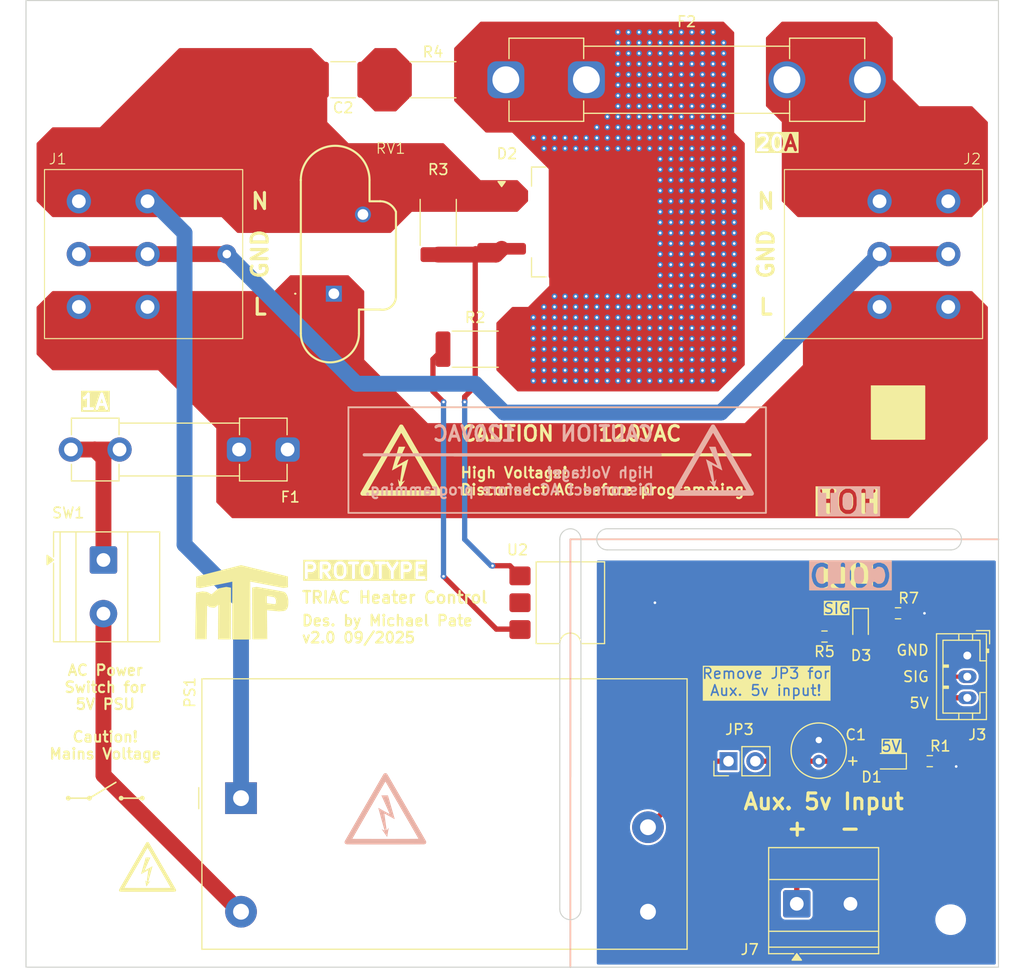
<source format=kicad_pcb>
(kicad_pcb (version 20241229) (generator "pcbnew") (generator_version "9.0")
  (title_block (title "${DOC_TYPE} Document") (date "2024-04-13") (rev "1.1") (company "${COMPANY}"))
  (layers (0 "F.Cu" signal "L1 (Sig, PWR)") (2 "B.Cu" signal "L6 (Sig, PWR)") (13 "F.Paste" user) (15 "B.Paste" user) (5 "F.SilkS" user "F.Silkscreen") (7 "B.SilkS" user "B.Silkscreen") (1 "F.Mask" user) (3 "B.Mask" user) (25 "Edge.Cuts" user))
  (property "BOARD_NAME" "Power Board")
  (property "COMPANY" "MTP Engineering")
  (property "DESIGNER" "Michael Pate")
  (property "DOC_TYPE" "Draft")
  (property "PROJECT_NAME" "Toaster-Flo")
  (property "RELEASE_DATE" "")
  (property "REVIEWER" "")
  (property "REVISION" "1.0")
  (property "VARIANT" "Rev 0")
  (net 0 "")
  (net 1 "GND")
  (net 2 "VDD")
  (net 3 "/Project Architecture/Heater Control/L1_F2_RC")
  (net 4 "LN")
  (net 5 "/Project Architecture/Power Supply/D1_K")
  (net 6 "/Project Architecture/Heater Control/LN_OPTO")
  (net 7 "/Project Architecture/Heater Control/L1_F2")
  (net 8 "/Project Architecture/Heater Control/D3_K")
  (net 9 "D_Heater")
  (net 10 "L1")
  (net 11 "/Project Architecture/Power Supply/L1_F1")
  (net 12 "/Project Architecture/Heater Control/L1_HEATER")
  (net 13 "GNDPWR")
  (net 14 "/Project Architecture/Power Supply/VDD_AC_DC")
  (net 15 "/Project Architecture/Power Supply/L1_F1_SW")
  (net 16 "/Project Architecture/Heater Control/L1_F2_OPTO")
  (net 17 "/Project Architecture/Heater Control/D_R5_OPTO")
  (footprint "LOGO" (layer "F.Cu") (at 149 73.5)
    (property "Reference" "G***" (hide yes))
    (property "Value" "LOGO" (hide yes))
  )
  (footprint "Converter_ACDC:Converter_ACDC_MeanWell_IRM-10-xx_THT" (layer "F.Cu") (at 133.8425 105.5)
    (property "Reference" "PS1")
    (property "Value" "IRM-10-5")
  )
  (footprint "Fuse:Fuseholder_Clip-5x20mm_Littelfuse_100_Inline_P20.50x4.60mm_D1.30mm_Horizontal" (layer "F.Cu") (at 138.25 72.5 180)
    (property "Reference" "F1")
    (property "Value" "1A")
  )
  (footprint "LOGO" (layer "F.Cu") (at 125 112)
    (property "Reference" "G***" (hide yes))
    (property "Value" "LOGO" (hide yes))
  )
  (footprint "Fuse:Fuseholder_Clip-6.3x32mm_Littelfuse_122_Inline_P34.21x7.62mm_D2.54mm_Horizontal" (layer "F.Cu") (at 158.895 37.5)
    (property "Reference" "F2")
    (property "Value" "20A")
  )
  (footprint "TerminalBlock_Phoenix:TerminalBlock_Phoenix_MKDS-1,5-2-5.08_1x02_P5.08mm_Horizontal" (layer "F.Cu") (at 120.8275 82.955 -90)
    (property "Reference" "SW1")
    (property "Value" "SW_SPST")
  )
  (footprint "LED_SMD:LED_0603_1608Metric_Pad1.05x0.95mm_HandSolder" (layer "F.Cu") (at 195.125 102 180)
    (property "Reference" "D1")
    (property "Value" "RED")
  )
  (footprint "Connector_PinHeader_2.54mm:PinHeader_1x02_P2.54mm_Vertical" (layer "F.Cu") (at 179.96 102 90)
    (property "Reference" "JP3")
    (property "Value" "Jumper_2_Open")
  )
  (footprint "Resistor_SMD:R_0603_1608Metric_Pad0.98x0.95mm_HandSolder" (layer "F.Cu") (at 199 102)
    (property "Reference" "R1")
    (property "Value" "330")
  )
  (footprint "LED_SMD:LED_0603_1608Metric_Pad1.05x0.95mm_HandSolder" (layer "F.Cu") (at 192.453771 89.201161 -90)
    (property "Reference" "D3")
    (property "Value" "RED")
  )
  (footprint "Watermarks:MTP Logo 10mm Low Detail" (layer "F.Cu") (at 134 87)
    (property "Reference" "REF**" (hide yes))
    (property "Value" "MTP Logo 10mm Low Detail" (hide yes))
  )
  (footprint "MountingHole:MountingHole_2.5mm" (layer "F.Cu") (at 118 34.5)
    (property "Reference" "H1" (hide yes))
    (property "Value" "MountingHole_Pad")
  )
  (footprint "Package_TO_SOT_SMD:TO-263-2" (layer "F.Cu") (at 166.15 50.96)
    (property "Reference" "D2")
    (property "Value" "T2035T-8G-RT")
  )
  (footprint "Package_DIP:SMDIP-6_W9.53mm" (layer "F.Cu") (at 165 87 180)
    (property "Reference" "U2")
    (property "Value" "MOC3083S-TA1")
  )
  (footprint "TMOV20RP150E:TMOV20RP150E" (layer "F.Cu") (at 142.625 57.75 90)
    (property "Reference" "RV1")
    (property "Value" "TMOV20RP150E" (hide yes))
  )
  (footprint "MountingHole:MountingHole_2.5mm" (layer "F.Cu") (at 201 34.5)
    (property "Reference" "H2" (hide yes))
    (property "Value" "MountingHole_Pad")
  )
  (footprint "Resistor_SMD:R_0603_1608Metric_Pad0.98x0.95mm_HandSolder" (layer "F.Cu") (at 196 88)
    (property "Reference" "R7")
    (property "Value" "330")
  )
  (footprint "PhoenixContact_SPTA:SPTA-THR 2.53-5.0 P26" (layer "F.Cu") (at 187.5 54 90)
    (property "Reference" "J2")
    (property "Value" "1366005")
  )
  (footprint "PhoenixContact_SPTA:SPTA-THR 2.53-5.0 P26" (layer "F.Cu") (at 131.75 54 -90)
    (property "Reference" "J1")
    (property "Value" "1366005")
  )
  (footprint "TerminalBlock_Phoenix:TerminalBlock_Phoenix_MKDS-1,5-2-5.08_1x02_P5.08mm_Horizontal" (layer "F.Cu") (at 186.42 115.5)
    (property "Reference" "J7")
    (property "Value" "Conn_01x02")
  )
  (footprint "Resistor_SMD:R_2512_6332Metric_Pad1.40x3.35mm_HandSolder" (layer "F.Cu") (at 152.5 51 -90)
    (property "Reference" "R3")
    (property "Value" "330")
  )
  (footprint "Resistor_SMD:R_2512_6332Metric_Pad1.40x3.35mm_HandSolder" (layer "F.Cu") (at 152 37.5)
    (property "Reference" "R4")
    (property "Value" "39")
  )
  (footprint "Resistor_SMD:R_2512_6332Metric_Pad1.40x3.35mm_HandSolder" (layer "F.Cu") (at 156 63)
    (property "Reference" "R2")
    (property "Value" "330")
  )
  (footprint "MountingHole:MountingHole_2.5mm" (layer "F.Cu") (at 200.975 117)
    (property "Reference" "H4" (hide yes))
    (property "Value" "MountingHole_Pad")
  )
  (footprint "MountingHole:MountingHole_2.5mm" (layer "F.Cu") (at 117.975 117)
    (property "Reference" "H3" (hide yes))
    (property "Value" "MountingHole_Pad")
  )
  (footprint "Resistor_SMD:R_0603_1608Metric_Pad0.98x0.95mm_HandSolder" (layer "F.Cu") (at 189.041271 90.201161 180)
    (property "Reference" "R5")
    (property "Value" "330")
  )
  (footprint "Capacitor_THT:C_Radial_D5.0mm_H5.0mm_P2.00mm" (layer "F.Cu") (at 188.5 102 90)
    (property "Reference" "C1")
    (property "Value" "100uF")
  )
  (footprint "Capacitor_SMD:C_1812_4532Metric_Pad1.57x3.40mm_HandSolder" (layer "F.Cu") (at 143.5 37.5 180)
    (property "Reference" "C2")
    (property "Value" "10nF 250V")
  )
  (footprint "Connector_JST:JST_PH_B3B-PH-K_1x03_P2.00mm_Vertical" (layer "F.Cu") (at 202.55 92 -90)
    (property "Reference" "J3")
    (property "Value" "Conn_01x03")
  )
  (footprint "LOGO" (layer "B.Cu") (at 147.5 106.5 180)
    (property "Reference" "G***" (hide yes))
    (property "Value" "LOGO" (hide yes))
  )
  (footprint "LOGO" (layer "B.Cu") (at 178.5 73.5 180)
    (property "Reference" "G***" (hide yes))
    (property "Value" "LOGO" (hide yes))
  )
  (gr_line (start 117.5 105.5) (end 119.5 105.5) (stroke (width 0.15)) (layer "F.SilkS"))
  (gr_rect (start 193.5 66.5) (end 198.5 71.5) (stroke (width 0.15)) (fill yes) (layer "F.SilkS"))
  (gr_circle (center 122.5 105.5) (end 122.5 105.35) (stroke (width 0.15)) (fill yes) (layer "F.SilkS"))
  (gr_circle (center 119.5 105.5) (end 119.5 105.35) (stroke (width 0.15)) (fill yes) (layer "F.SilkS"))
  (gr_rect (start 144 68.5) (end 183.5 78.5) (stroke (width 0.15)) (fill no) (layer "F.SilkS"))
  (gr_line (start 205.5 81) (end 165 81) (stroke (width 0.15)) (layer "F.SilkS"))
  (gr_circle (center 117.5 105.5) (end 117.5 105.35) (stroke (width 0.15)) (fill yes) (layer "F.SilkS"))
  (gr_circle (center 124.5 105.5) (end 124.5 105.35) (stroke (width 0.15)) (fill yes) (layer "F.SilkS"))
  (gr_line (start 165 81) (end 165 121.5) (stroke (width 0.15)) (layer "F.SilkS"))
  (gr_line (start 122.5 105.5) (end 124.5 105.5) (stroke (width 0.15)) (layer "F.SilkS"))
  (gr_line (start 119.5 105.5) (end 122 104) (stroke (width 0.15)) (layer "F.SilkS"))
  (gr_line (start 154 73) (end 182 73) (stroke (width 0.3)) (layer "F.SilkS"))
  (gr_line (start 173.5 73) (end 145.5 73) (stroke (width 0.3)) (layer "B.SilkS"))
  (gr_rect (start 144 68.5) (end 183.5 78.5) (stroke (width 0.15)) (fill no) (layer "B.SilkS"))
  (gr_line (start 205.5 81) (end 165 81) (stroke (width 0.15)) (layer "B.SilkS"))
  (gr_line (start 165 81) (end 165 121.5) (stroke (width 0.15)) (layer "B.SilkS"))
  (gr_line (start 165 81) (end 165 103.5) (stroke (width 0.15)) (layer "B.SilkS"))
  (gr_arc (start 202 81) (mid 201.707107 81.707107) (end 201 82) (stroke (width 0.1)) (layer "Edge.Cuts"))
  (gr_line (start 164 116) (end 164 98) (stroke (width 0.1)) (layer "Edge.Cuts"))
  (gr_line (start 166 81) (end 166 98) (stroke (width 0.1)) (layer "Edge.Cuts"))
  (gr_arc (start 168.5 82) (mid 167.792893 81.707107) (end 167.5 81) (stroke (width 0.1)) (layer "Edge.Cuts"))
  (gr_line (start 166 98) (end 166 116) (stroke (width 0.1)) (layer "Edge.Cuts"))
  (gr_line (start 164 98) (end 164 81) (stroke (width 0.1)) (layer "Edge.Cuts"))
  (gr_rect (start 113.5 30) (end 205.5 121.5) (stroke (width 0.1)) (fill no) (layer "Edge.Cuts"))
  (gr_arc (start 167.5 81) (mid 167.792893 80.292893) (end 168.5 80) (stroke (width 0.1)) (layer "Edge.Cuts"))
  (gr_arc (start 165 80) (mid 165.707107 80.292893) (end 166 81) (stroke (width 0.1)) (layer "Edge.Cuts"))
  (gr_arc (start 201 80) (mid 201.707107 80.292893) (end 202 81) (stroke (width 0.1)) (layer "Edge.Cuts"))
  (gr_arc (start 164 81) (mid 164.292893 80.292893) (end 165 80) (stroke (width 0.1)) (layer "Edge.Cuts"))
  (gr_line (start 168.5 80) (end 201 80) (stroke (width 0.1)) (layer "Edge.Cuts"))
  (gr_arc (start 166 116) (mid 165.707107 116.707107) (end 165 117) (stroke (width 0.1)) (layer "Edge.Cuts"))
  (gr_arc (start 165 117) (mid 164.292893 116.707107) (end 164 116) (stroke (width 0.1)) (layer "Edge.Cuts"))
  (gr_line (start 201 82) (end 168.5 82) (stroke (width 0.1)) (layer "Edge.Cuts"))
  (gr_text "GND" (at 199 91.5 0) (layer "F.SilkS") (effects (font (size 1 1)) (justify right)))
  (gr_text "SIG" (at 191.5 87.541161 0) (layer "F.SilkS" knockout) (effects (font (size 1 1)) (justify right)))
  (gr_text "HOT" (at 191 77.5 -0) (layer "F.SilkS" knockout) (effects (font (size 2 2) (thickness 0.4) (bold yes))))
  (gr_text "L" (at 135.627481 58.999999 0) (layer "F.SilkS") (effects (font (size 1.5 1.5) (thickness 0.3) (bold yes))))
  (gr_text "5V" (at 199 96.5 0) (layer "F.SilkS") (effects (font (size 1 1)) (justify right)))
  (gr_text "GND" (at 135.627481 53.999999 90) (layer "F.SilkS") (effects (font (size 1.5 1.5) (thickness 0.3) (bold yes))))
  (gr_text "Remove JP3 for\nAux. 5v input!" (at 183.5 94.5 0) (layer "F.SilkS" knockout) (effects (font (size 1 1))))
  (gr_text "L" (at 183.5 59 0) (layer "F.SilkS") (effects (font (size 1.5 1.5) (thickness 0.3) (bold yes))))
  (gr_text "N" (at 135.627481 48.999999 0) (layer "F.SilkS") (effects (font (size 1.5 1.5) (thickness 0.3) (bold yes))))
  (gr_text "Caution!\nMains Voltage" (at 121 100.5 0) (layer "F.SilkS") (effects (font (size 1 1) (thickness 0.2) (bold yes))))
  (gr_text "PROTOTYPE" (at 139.5 84 0) (layer "F.SilkS" knockout) (effects (font (size 1.4 1.4) (thickness 0.28) (bold yes)) (justify left)))
  (gr_text "N" (at 183.5 49 0) (layer "F.SilkS") (effects (font (size 1.5 1.5) (thickness 0.3) (bold yes))))
  (gr_text "20A" (at 184.5 43.5 0) (layer "F.SilkS" knockout) (effects (font (size 1.4 1.4) (thickness 0.28) (bold yes))))
  (gr_text "Aux. 5v Input" (at 188.965 105.8275 0) (layer "F.SilkS") (effects (font (size 1.5 1.5) (thickness 0.3) (bold yes))))
  (gr_text "-" (at 191.465 108.3275 0) (layer "F.SilkS") (effects (font (size 1.5 1.5) (thickness 0.3) (bold yes))))
  (gr_text "TRIAC Heater Control" (at 139.5 86.5 0) (layer "F.SilkS") (effects (font (size 1.1 1.1) (thickness 0.22) (bold yes)) (justify left)))
  (gr_text "CAUTION    120VAC" (at 154.5 71 0) (layer "F.SilkS") (effects (font (size 1.4 1.4) (thickness 0.28) (bold yes)) (justify left)))
  (gr_text "Des. by Michael Pate\nv2.0 09/2025" (at 139.5 89.5 0) (layer "F.SilkS") (effects (font (size 1 1) (thickness 0.2) (bold yes)) (justify left)))
  (gr_text "1A" (at 120 68 0) (layer "F.SilkS" knockout) (effects (font (size 1.4 1.4) (thickness 0.28) (bold yes))))
  (gr_text "AC Power\nSwitch for\n5V PSU" (at 121 95 0) (layer "F.SilkS") (effects (font (size 1 1) (thickness 0.2) (bold yes))))
  (gr_text "+" (at 186.465 108.3275 0) (layer "F.SilkS") (effects (font (size 1.5 1.5) (thickness 0.3) (bold yes))))
  (gr_text "COLD" (at 191.5 84.5 0) (layer "F.SilkS" knockout) (effects (font (size 2 2) (thickness 0.4) (bold yes))))
  (gr_text "GND" (at 183.5 54 90) (layer "F.SilkS") (effects (font (size 1.5 1.5) (thickness 0.3) (bold yes))))
  (gr_text "SIG" (at 199 94 0) (layer "F.SilkS") (effects (font (size 1 1)) (justify right)))
  (gr_text "+" (at 191 102.5 0) (layer "F.SilkS") (effects (font (size 1 1)) (justify left bottom)))
  (gr_text "5V" (at 196.342443 100.5983 0) (layer "F.SilkS" knockout) (effects (font (size 1 1)) (justify right)))
  (gr_text "High Voltage!\nDisconnect AC before programming." (at 154.5 75.5 0) (layer "F.SilkS") (effects (font (size 1 1) (thickness 0.2) (bold yes)) (justify left)))
  (gr_text "CAUTION    120VAC" (at 173 71 -0) (layer "B.SilkS") (effects (font (size 1.4 1.4) (thickness 0.28) (bold yes)) (justify left mirror)))
  (gr_text "High Voltage!\nDisconnect AC before programming." (at 173 75.5 -0) (layer "B.SilkS") (effects (font (size 1 1) (thickness 0.2) (bold yes)) (justify left mirror)))
  (gr_text "HOT" (at 191.5 77.5 0) (layer "B.SilkS" knockout) (effects (font (size 2 2) (thickness 0.4) (bold yes)) (justify mirror)))
  (gr_text "COLD" (at 191.5 84.5 0) (layer "B.SilkS" knockout) (effects (font (size 2 2) (thickness 0.4) (bold yes)) (justify mirror)))
  (segment (start 201.5 102.5) (end 200.4125 102.5) (width 0.4) (layer "F.Cu") (net 1))
  (segment (start 200.4125 102.5) (end 199.9125 102) (width 0.4) (layer "F.Cu") (net 1))
  (segment (start 169.765 87) (end 173 87) (width 0.4) (layer "F.Cu") (net 1))
  (segment (start 198.5 88) (end 196.9125 88) (width 0.4) (layer "F.Cu") (net 1))
  (via (at 201.5 102.5) (size 0.55) (drill 0.25) (layers "F.Cu" "B.Cu") (net 1))
  (via (at 198.5 88) (size 0.55) (drill 0.25) (layers "F.Cu" "B.Cu") (net 1))
  (via (at 173 87) (size 0.55) (drill 0.25) (layers "F.Cu" "B.Cu") (net 1))
  (segment (start 186.42 102.08) (end 186.5 102) (width 0.4) (layer "F.Cu") (net 2))
  (segment (start 194.25 98.75) (end 194.25 102) (width 0.5) (layer "F.Cu") (net 2))
  (segment (start 197 96) (end 194.25 98.75) (width 0.5) (layer "F.Cu") (net 2))
  (segment (start 202.46 96) (end 197 96) (width 0.5) (layer "F.Cu") (net 2))
  (segment (start 194.25 102) (end 188.5 102) (width 0.5) (layer "F.Cu") (net 2))
  (segment (start 186.42 115.5) (end 186.42 102.08) (width 0.5) (layer "F.Cu") (net 2))
  (segment (start 186.5 102) (end 188.5 102) (width 0.5) (layer "F.Cu") (net 2))
  (segment (start 182.5 102) (end 186.5 102) (width 0.5) (layer "F.Cu") (net 2))
  (segment (start 128.5 52) (end 128.5 81.5) (width 1.5) (layer "B.Cu") (net 4))
  (segment (start 128.5 81.5) (end 133.8425 86.8425) (width 1.5) (layer "B.Cu") (net 4))
  (segment (start 133.8425 86.8425) (end 133.8425 105.5) (width 1.5) (layer "B.Cu") (net 4))
  (segment (start 125.5 49) (end 128.5 52) (width 1.5) (layer "B.Cu") (net 4))
  (segment (start 125 49) (end 125.5 49) (width 1.5) (layer "B.Cu") (net 4))
  (segment (start 198.0875 102) (end 196 102) (width 0.4) (layer "F.Cu") (net 5))
  (segment (start 157.63716 83.5) (end 159.275 83.5) (width 0.5) (layer "F.Cu") (net 6))
  (segment (start 157.95 54.05) (end 158.5 53.5) (width 1.5) (layer "F.Cu") (net 6))
  (segment (start 159.275 83.5) (end 160.235 84.46) (width 0.5) (layer "F.Cu") (net 6))
  (segment (start 156 53.5) (end 158.5 53.5) (width 0.5) (layer "F.Cu") (net 6))
  (segment (start 155 67.5) (end 156 66.5) (width 0.5) (layer "F.Cu") (net 6))
  (segment (start 152.5 54.05) (end 157.95 54.05) (width 1.5) (layer "F.Cu") (net 6))
  (segment (start 155 68) (end 155 67.5) (width 0.5) (layer "F.Cu") (net 6))
  (segment (start 156 66.5) (end 156 53.5) (width 0.5) (layer "F.Cu") (net 6))
  (via (at 155 68) (size 0.55) (drill 0.25) (layers "F.Cu" "B.Cu") (net 6))
  (via (at 157.63716 83.5) (size 0.55) (drill 0.25) (layers "F.Cu" "B.Cu") (net 6))
  (segment (start 157.63716 83.5) (end 157.5 83.5) (width 0.5) (layer "B.Cu") (net 6))
  (segment (start 155 81) (end 155 68) (width 0.5) (layer "B.Cu") (net 6))
  (segment (start 157.5 83.5) (end 155 81) (width 0.5) (layer "B.Cu") (net 6))
  (via (at 176.5 35) (size 0.55) (drill 0.25) (layers "F.Cu" "B.Cu") (net 7))
  (via (at 168.5 66) (size 0.55) (drill 0.25) (layers "F.Cu" "B.Cu") (net 7))
  (via (at 175.5 33) (size 0.55) (drill 0.25) (layers "F.Cu" "B.Cu") (net 7))
  (via (at 165.5 60) (size 0.55) (drill 0.25) (layers "F.Cu" "B.Cu") (net 7))
  (via (at 171.5 66) (size 0.55) (drill 0.25) (layers "F.Cu" "B.Cu") (net 7))
  (via (at 178.5 57) (size 0.55) (drill 0.25) (layers "F.Cu" "B.Cu") (net 7))
  (via (at 180.5 55) (size 0.55) (drill 0.25) (layers "F.Cu" "B.Cu") (net 7))
  (via (at 179.5 62) (size 0.55) (drill 0.25) (layers "F.Cu" "B.Cu") (net 7))
  (via (at 177.5 50) (size 0.55) (drill 0.25) (layers "F.Cu" "B.Cu") (net 7))
  (via (at 167.5 59) (size 0.55) (drill 0.25) (layers "F.Cu" "B.Cu") (net 7))
  (via (at 161.5 65) (size 0.55) (drill 0.25) (layers "F.Cu" "B.Cu") (net 7))
  (via (at 171.5 59) (size 0.55) (drill 0.25) (layers "F.Cu" "B.Cu") (net 7))
  (via (at 169.5 66) (size 0.55) (drill 0.25) (layers "F.Cu" "B.Cu") (net 7))
  (via (at 176.5 50) (size 0.55) (drill 0.25) (layers "F.Cu" "B.Cu") (net 7))
  (via (at 169.5 39) (size 0.55) (drill 0.25) (layers "F.Cu" "B.Cu") (net 7))
  (via (at 171.5 62) (size 0.55) (drill 0.25) (layers "F.Cu" "B.Cu") (net 7))
  (via (at 170.5 60) (size 0.55) (drill 0.25) (layers "F.Cu" "B.Cu") (net 7))
  (via (at 175.5 40) (size 0.55) (drill 0.25) (layers "F.Cu" "B.Cu") (net 7))
  (via (at 169.5 36) (size 0.55) (drill 0.25) (layers "F.Cu" "B.Cu") (net 7))
  (via (at 174.5 48) (size 0.55) (drill 0.25) (layers "F.Cu" "B.Cu") (net 7))
  (via (at 178.5 60) (size 0.55) (drill 0.25) (layers "F.Cu" "B.Cu") (net 7))
  (via (at 178.5 55) (size 0.55) (drill 0.25) (layers "F.Cu" "B.Cu") (net 7))
  (via (at 179.5 44) (size 0.55) (drill 0.25) (layers "F.Cu" "B.Cu") (net 7))
  (via (at 169.5 35) (size 0.55) (drill 0.25) (layers "F.Cu" "B.Cu") (net 7))
  (via (at 165.5 64) (size 0.55) (drill 0.25) (layers "F.Cu" "B.Cu") (net 7))
  (via (at 173.5 40) (size 0.55) (drill 0.25) (layers "F.Cu" "B.Cu") (net 7))
  (via (at 175.5 66) (size 0.55) (drill 0.25) (layers "F.Cu" "B.Cu") (net 7))
  (via (at 164.5 60) (size 0.55) (drill 0.25) (layers "F.Cu" "B.Cu") (net 7))
  (via (at 164.5 62) (size 0.55) (drill 0.25) (layers "F.Cu" "B.Cu") (net 7))
  (via (at 172.5 63) (size 0.55) (drill 0.25) (layers "F.Cu" "B.Cu") (net 7))
  (via (at 167.5 65) (size 0.55) (drill 0.25) (layers "F.Cu" "B.Cu") (net 7))
  (via (at 176.5 49) (size 0.55) (drill 0.25) (layers "F.Cu" "B.Cu") (net 7))
  (via (at 176.5 38) (size 0.55) (drill 0.25) (layers "F.Cu" "B.Cu") (net 7))
  (via (at 175.5 62) (size 0.55) (drill 0.25) (layers "F.Cu" "B.Cu") (net 7))
  (via (at 170.5 43) (size 0.55) (drill 0.25) (layers "F.Cu" "B.Cu") (net 7))
  (via (at 170.5 65) (size 0.55) (drill 0.25) (layers "F.Cu" "B.Cu") (net 7))
  (via (at 177.5 48) (size 0.55) (drill 0.25) (layers "F.Cu" "B.Cu") (net 7))
  (via (at 175.5 65) (size 0.55) (drill 0.25) (layers "F.Cu" "B.Cu") (net 7))
  (via (at 180.5 62) (size 0.55) (drill 0.25) (layers "F.Cu" "B.Cu") (net 7))
  (via (at 179.5 58) (size 0.55) (drill 0.25) (layers "F.Cu" "B.Cu") (net 7))
  (via (at 168.5 44) (size 0.55) (drill 0.25) (layers "F.Cu" "B.Cu") (net 7))
  (via (at 178.5 43) (size 0.55) (drill 0.25) (layers "F.Cu" "B.Cu") (net 7))
  (via (at 175.5 63) (size 0.55) (drill 0.25) (layers "F.Cu" "B.Cu") (net 7))
  (via (at 176.5 33) (size 0.55) (drill 0.25) (layers "F.Cu" "B.Cu") (net 7))
  (via (at 174.5 52) (size 0.55) (drill 0.25) (layers "F.Cu" "B.Cu") (net 7))
  (via (at 175.5 51) (size 0.55) (drill 0.25) (layers "F.Cu" "B.Cu") (net 7))
  (via (at 172.5 33) (size 0.55) (drill 0.25) (layers "F.Cu" "B.Cu") (net 7))
  (via (at 166.5 66) (size 0.55) (drill 0.25) (layers "F.Cu" "B.Cu") (net 7))
  (via (at 173.5 51) (size 0.55) (drill 0.25) (layers "F.Cu" "B.Cu") (net 7))
  (via (at 177.5 52) (size 0.55) (drill 0.25) (layers "F.Cu" "B.Cu") (net 7))
  (via (at 163.5 61) (size 0.55) (drill 0.25) (layers "F.Cu" "B.Cu") (net 7))
  (via (at 177.5 33) (size 0.55) (drill 0.25) (layers "F.Cu" "B.Cu") (net 7))
  (via (at 169.5 37) (size 0.55) (drill 0.25) (layers "F.Cu" "B.Cu") (net 7))
  (via (at 166.5 44) (size 0.55) (drill 0.25) (layers "F.Cu" "B.Cu") (net 7))
  (via (at 174.5 33) (size 0.55) (drill 0.25) (layers "F.Cu" "B.Cu") (net 7))
  (via (at 179.5 51) (size 0.55) (drill 0.25) (layers "F.Cu" "B.Cu") (net 7))
  (via (at 179.5 38) (size 0.55) (drill 0.25) (layers "F.Cu" "B.Cu") (net 7))
  (via (at 178.5 63) (size 0.55) (drill 0.25) (layers "F.Cu" "B.Cu") (net 7))
  (via (at 173.5 47) (size 0.55) (drill 0.25) (layers "F.Cu" "B.Cu") (net 7))
  (via (at 175.5 48) (size 0.55) (drill 0.25) (layers "F.Cu" "B.Cu") (net 7))
  (via (at 170.5 33) (size 0.55) (drill 0.25) (layers "F.Cu" "B.Cu") (net 7))
  (via (at 173.5 63) (size 0.55) (drill 0.25) (layers "F.Cu" "B.Cu") (net 7))
  (via (at 164.5 58) (size 0.55) (drill 0.25) (layers "F.Cu" "B.Cu") (net 7))
  (via (at 180.5 56) (size 0.55) (drill 0.25) (layers "F.Cu" "B.Cu") (net 7))
  (via (at 174.5 57) (size 0.55) (drill 0.25) (layers "F.Cu" "B.Cu") (net 7))
  (via (at 180.5 46) (size 0.55) (drill 0.25) (layers "F.Cu" "B.Cu") (net 7))
  (via (at 179.5 36) (size 0.55) (drill 0.25) (layers "F.Cu" "B.Cu") (net 7))
  (via (at 165.5 63) (size 0.55) (drill 0.25) (layers "F.Cu" "B.Cu") (net 7))
  (via (at 175.5 61) (size 0.55) (drill 0.25) (layers "F.Cu" "B.Cu") (net 7))
  (via (at 162.5 44) (size 0.55) (drill 0.25) (layers "F.Cu" "B.Cu") (net 7))
  (via (at 171.5 64) (size 0.55) (drill 0.25) (layers "F.Cu" "B.Cu") (net 7))
  (via (at 175.5 52) (size 0.55) (drill 0.25) (layers "F.Cu" "B.Cu") (net 7))
  (via (at 179.5 35) (size 0.55) (drill 0.25) (layers "F.Cu" "B.Cu") (net 7))
  (via (at 180.5 54) (size 0.55) (drill 0.25) (layers "F.Cu" "B.Cu") (net 7))
  (via (at 177.5 47) (size 0.55) (drill 0.25) (layers "F.Cu" "B.Cu") (net 7))
  (via (at 178.5 51) (size 0.55) (drill 0.25) (layers "F.Cu" "B.Cu") (net 7))
  (via (at 163.5 59) (size 0.55) (drill 0.25) (layers "F.Cu" "B.Cu") (net 7))
  (via (at 173.5 34) (size 0.55) (drill 0.25) (layers "F.Cu" "B.Cu") (net 7))
  (via (at 174.5 40) (size 0.55) (drill 0.25) (layers "F.Cu" "B.Cu") (net 7))
  (via (at 175.5 42) (size 0.55) (drill 0.25) (layers "F.Cu" "B.Cu") (net 7))
  (via (at 179.5 37) (size 0.55) (drill 0.25) (layers "F.Cu" "B.Cu") (net 7))
  (via (at 175.5 41) (size 0.55) (drill 0.25) (layers "F.Cu" "B.Cu") (net 7))
  (via (at 166.5 62) (size 0.55) (drill 0.25) (layers "F.Cu" "B.Cu") (net 7))
  (via (at 173.5 44) (size 0.55) (drill 0.25) (layers "F.Cu" "B.Cu") (net 7))
  (via (at 173.5 33) (size 0.55) (drill 0.25) (layers "F.Cu" "B.Cu") (net 7))
  (via (at 179.5 48) (size 0.55) (drill 0.25) (layers "F.Cu" "B.Cu") (net 7))
  (via (at 175.5 59) (size 0.55) (drill 0.25) (layers "F.Cu" "B.Cu") (net 7))
  (via (at 161.5 61) (size 0.55) (drill 0.25) (layers "F.Cu" "B.Cu") (net 7))
  (via (at 178.5 66) (size 0.55) (drill 0.25) (layers "F.Cu" "B.Cu") (net 7))
  (via (at 172.5 64) (size 0.55) (drill 0.25) (layers "F.Cu" "B.Cu") (net 7))
  (via (at 173.5 38) (size 0.55) (drill 0.25) (layers "F.Cu" "B.Cu") (net 7))
  (via (at 170.5 59) (size 0.55) (drill 0.25) (layers "F.Cu" "B.Cu") (net 7))
  (via (at 176.5 41) (size 0.55) (drill 0.25) (layers "F.Cu" "B.Cu") (net 7))
  (via (at 170.5 42) (size 0.55) (drill 0.25) (layers "F.Cu" "B.Cu") (net 7))
  (via (at 171.5 33) (size 0.55) (drill 0.25) (layers "F.Cu" "B.Cu") (net 7))
  (via (at 174.5 49) (size 0.55) (drill 0.25) (layers "F.Cu" "B.Cu") (net 7))
  (via (at 167.5 66) (size 0.55) (drill 0.25) (layers "F.Cu" "B.Cu") (net 7))
  (via (at 177.5 43) (size 0.55) (drill 0.25) (layers "F.Cu" "B.Cu") (net 7))
  (via (at 177.5 53) (size 0.55) (drill 0.25) (layers "F.Cu" "B.Cu") (net 7))
  (via (at 168.5 60) (size 0.55) (drill 0.25) (layers "F.Cu" "B.Cu") (net 7))
  (via (at 174.5 34) (size 0.55) (drill 0.25) (layers "F.Cu" "B.Cu") (net 7))
  (via (at 178.5 54) (size 0.55) (drill 0.25) (layers "F.Cu" "B.Cu") (net 7))
  (via (at 179.5 41) (size 0.55) (drill 0.25) (layers "F.Cu" "B.Cu") (net 7))
  (via (at 178.5 42) (size 0.55) (drill 0.25) (layers "F.Cu" "B.Cu") (net 7))
  (via (at 176.5 46) (size 0.55) (drill 0.25) (layers "F.Cu" "B.Cu") (net 7))
  (via (at 174.5 44) (size 0.55) (drill 0.25) (layers "F.Cu" "B.Cu") (net 7))
  (via (at 176.5 53) (size 0.55) (drill 0.25) (layers "F.Cu" "B.Cu") (net 7))
  (via (at 174.5 50) (size 0.55) (drill 0.25) (layers "F.Cu" "B.Cu") (net 7))
  (via (at 171.5 41) (size 0.55) (drill 0.25) (layers "F.Cu" "B.Cu") (net 7))
  (via (at 173.5 53) (size 0.55) (drill 0.25) (layers "F.Cu" "B.Cu") (net 7))
  (via (at 170.5 41) (size 0.55) (drill 0.25) (layers "F.Cu" "B.Cu") (net 7))
  (via (at 170.5 34) (size 0.55) (drill 0.25) (layers "F.Cu" "B.Cu") (net 7))
  (via (at 179.5 34) (size 0.55) (drill 0.25) (layers "F.Cu" "B.Cu") (net 7))
  (via (at 162.5 43) (size 0.55) (drill 0.25) (layers "F.Cu" "B.Cu") (net 7))
  (via (at 164.5 64) (size 0.55) (drill 0.25) (layers "F.Cu" "B.Cu") (net 7))
  (via (at 177.5 49) (size 0.55) (drill 0.25) (layers "F.Cu" "B.Cu") (net 7))
  (via (at 172.5 62) (size 0.55) (drill 0.25) (layers "F.Cu" "B.Cu") (net 7))
  (via (at 179.5 54) (size 0.55) (drill 0.25) (layers "F.Cu" "B.Cu") (net 7))
  (via (at 175.5 54) (size 0.55) (drill 0.25) (layers "F.Cu" "B.Cu") (net 7))
  (via (at 178.5 45) (size 0.55) (drill 0.25) (layers "F.Cu" "B.Cu") (net 7))
  (via (at 169.5 34) (size 0.55) (drill 0.25) (layers "F.Cu" "B.Cu") (net 7))
  (via (at 175.5 53) (size 0.55) (drill 0.25) (layers "F.Cu" "B.Cu") (net 7))
  (via (at 180.5 49) (size 0.55) (drill 0.25) (layers "F.Cu" "B.Cu") (net 7))
  (via (at 177.5 51) (size 0.55) (drill 0.25) (layers "F.Cu" "B.Cu") (net 7))
  (via (at 172.5 42) (size 0.55) (drill 0.25) (layers "F.Cu" "B.Cu") (net 7))
  (via (at 165.5 59) (size 0.55) (drill 0.25) (layers "F.Cu" "B.Cu") (net 7))
  (via (at 171.5 65) (size 0.55) (drill 0.25) (layers "F.Cu" "B.Cu") (net 7))
  (via (at 178.5 46) (size 0.55) (drill 0.25) (layers "F.Cu" "B.Cu") (net 7))
  (via (at 161.5 43) (size 0.55) (drill 0.25) (layers "F.Cu" "B.Cu") (net 7))
  (via (at 176.5 43) (size 0.55) (drill 0.25) (layers "F.Cu" "B.Cu") (net 7))
  (via (at 171.5 60) (size 0.55) (drill 0.25) (layers "F.Cu" "B.Cu") (net 7))
  (via (at 178.5 61) (size 0.55) (drill 0.25) (layers "F.Cu" "B.Cu") (net 7))
  (via (at 180.5 64) (size 0.55) (drill 0.25) (layers "F.Cu" "B.Cu") (net 7))
  (via (at 176.5 47) (size 0.55) (drill 0.25) (layers "F.Cu" "B.Cu") (net 7))
  (via (at 177.5 60) (size 0.55) (drill 0.25) (layers "F.Cu" "B.Cu") (net 7))
  (via (at 178.5 47) (size 0.55) (drill 0.25) (layers "F.Cu" "B.Cu") (net 7))
  (via (at 172.5 65) (size 0.55) (drill 0.25) (layers "F.Cu" "B.Cu") (net 7))
  (via (at 175.5 35) (size 0.55) (drill 0.25) (layers "F.Cu" "B.Cu") (net 7))
  (via (at 172.5 40) (size 0.55) (drill 0.25) (layers "F.Cu" "B.Cu") (net 7))
  (via (at 170.5 36) (size 0.55) (drill 0.25) (layers "F.Cu" "B.Cu") (net 7))
  (via (at 174.5 36) (size 0.55) (drill 0.25) (layers "F.Cu" "B.Cu") (net 7))
  (via (at 179.5 63) (size 0.55) (drill 0.25) (layers "F.Cu" "B.Cu") (net 7))
  (via (at 167.5 64) (size 0.55) (drill 0.25) (layers "F.Cu" "B.Cu") (net 7))
  (via (at 178.5 36) (size 0.55) (drill 0.25) (layers "F.Cu" "B.Cu") (net 7))
  (via (at 170.5 62) (size 0.55) (drill 0.25) (layers "F.Cu" "B.Cu") (net 7))
  (via (at 176.5 60) (size 0.55) (drill 0.25) (layers "F.Cu" "B.Cu") (net 7))
  (via (at 170.5 44) (size 0.55) (drill 0.25) (layers "F.Cu" "B.Cu") (net 7))
  (via (at 177.5 46) (size 0.55) (drill 0.25) (layers "F.Cu" "B.Cu") (net 7))
  (via (at 176.5 39) (size 0.55) (drill 0.25) (layers "F.Cu" "B.Cu") (net 7))
  (via (at 179.5 65) (size 0.55) (drill 0.25) (layers "F.Cu" "B.Cu") (net 7))
  (via (at 179.5 61) (size 0.55) (drill 0.25) (layers "F.Cu" "B.Cu") (net 7))
  (via (at 180.5 59) (size 0.55) (drill 0.25) (layers "F.Cu" "B.Cu") (net 7))
  (via (at 174.5 39) (size 0.55) (drill 0.25) (layers "F.Cu" "B.Cu") (net 7))
  (via (at 170.5 37) (size 0.55) (drill 0.25) (layers "F.Cu" "B.Cu") (net 7))
  (via (at 175.5 57) (size 0.55) (drill 0.25) (layers "F.Cu" "B.Cu") (net 7))
  (via (at 169.5 41) (size 0.55) (drill 0.25) (layers "F.Cu" "B.Cu") (net 7))
  (via (at 173.5 52) (size 0.55) (drill 0.25) (layers "F.Cu" "B.Cu") (net 7))
  (via (at 163.5 43) (size 0.55) (drill 0.25) (layers "F.Cu" "B.Cu") (net 7))
  (via (at 165.5 61) (size 0.55) (drill 0.25) (layers "F.Cu" "B.Cu") (net 7))
  (via (at 172.5 44) (size 0.55) (drill 0.25) (layers "F.Cu" "B.Cu") (net 7))
  (via (at 171.5 38) (size 0.55) (drill 0.25) (layers "F.Cu" "B.Cu") (net 7))
  (via (at 175.5 58) (size 0.55) (drill 0.25) (layers "F.Cu" "B.Cu") (net 7))
  (via (at 173.5 46) (size 0.55) (drill 0.25) (layers "F.Cu" "B.Cu") (net 7))
  (via (at 168.5 61) (size 0.55) (drill 0.25) (layers "F.Cu" "B.Cu") (net 7))
  (via (at 174.5 58) (size 0.55) (drill 0.25) (layers "F.Cu" "B.Cu") (net 7))
  (via (at 179.5 45) (size 0.55) (drill 0.25) (layers "F.Cu" "B.Cu") (net 7))
  (via (at 177.5 35) (size 0.55) (drill 0.25) (layers "F.Cu" "B.Cu") (net 7))
  (via (at 174.5 53) (size 0.55) (drill 0.25) (layers "F.Cu" "B.Cu") (net 7))
  (via (at 180.5 48) (size 0.55) (drill 0.25) (layers "F.Cu" "B.Cu") (net 7))
  (via (at 178.5 52) (size 0.55) (drill 0.25) (layers "F.Cu" "B.Cu") (net 7))
  (via (at 174.5 64) (size 0.55) (drill 0.25) (layers "F.Cu" "B.Cu") (net 7))
  (via (at 169.5 61) (size 0.55) (drill 0.25) (layers "F.Cu" "B.Cu") (net 7))
  (via (at 166.5 63) (size 0.55) (drill 0.25) (layers "F.Cu" "B.Cu") (net 7))
  (via (at 176.5 58) (size 0.55) (drill 0.25) (layers "F.Cu" "B.Cu") (net 7))
  (via (at 177.5 61) (size 0.55) (drill 0.25) (layers "F.Cu" "B.Cu") (net 7))
  (via (at 176.5 55) (size 0.55) (drill 0.25) (layers "F.Cu" "B.Cu") (net 7))
  (via (at 173.5 57) (size 0.55) (drill 0.25) (layers "F.Cu" "B.Cu") (net 7))
  (via (at 175.5 43) (size 0.55) (drill 0.25) (layers "F.Cu" "B.Cu") (net 7))
  (via (at 167.5 43) (size 0.55) (drill 0.25) (layers "F.Cu" "B.Cu") (net 7))
  (via (at 177.5 56) (size 0.55) (drill 0.25) (layers "F.Cu" "B.Cu") (net 7))
  (via (at 167.5 42) (size 0.55) (drill 0.25) (layers "F.Cu" "B.Cu") (net 7))
  (via (at 173.5 36) (size 0.55) (drill 0.25) (layers "F.Cu" "B.Cu") (net 7))
  (via (at 180.5 53) (size 0.55) (drill 0.25) (layers "F.Cu" "B.Cu") (net 7))
  (via (at 179.5 52) (size 0.55) (drill 0.25) (layers "F.Cu" "B.Cu") (net 7))
  (via (at 176.5 62) (size 0.55) (drill 0.25) (layers "F.Cu" "B.Cu") (net 7))
  (via (at 176.5 34) (size 0.55) (drill 0.25) (layers "F.Cu" "B.Cu") (net 7))
  (via (at 177.5 54) (size 0.55) (drill 0.25) (layers "F.Cu" "B.Cu") (net 7))
  (via (at 161.5 66) (size 0.55) (drill 0.25) (layers "F.Cu" "B.Cu") (net 7))
  (via (at 170.5 61) (size 0.55) (drill 0.25) (layers "F.Cu" "B.Cu") (net 7))
  (via (at 178.5 53) (size 0.55) (drill 0.25) (layers "F.Cu" "B.Cu") (net 7))
  (via (at 170.5 40) (size 0.55) (drill 0.25) (layers "F.Cu" "B.Cu") (net 7))
  (via (at 169.5 59) (size 0.55) (drill 0.25) (layers "F.Cu" "B.Cu") (net 7))
  (via (at 168.5 59) (size 0.55) (drill 0.25) (layers "F.Cu" "B.Cu") (net 7))
  (via (at 162.5 65) (size 0.55) (drill 0.25) (layers "F.Cu" "B.Cu") (net 7))
  (via (at 163.5 58) (size 0.55) (drill 0.25) (layers "F.Cu" "B.Cu") (net 7))
  (via (at 165.5 58) (size 0.55) (drill 0.25) (layers "F.Cu" "B.Cu") (net 7))
  (via (at 161.5 64) (size 0.55) (drill 0.25) (layers "F.Cu" "B.Cu") (net 7))
  (via (at 176.5 45) (size 0.55) (drill 0.25) (layers "F.Cu" "B.Cu") (net 7))
  (via (at 176.5 42) (size 0.55) (drill 0.25) (layers "F.Cu" "B.Cu") (net 7))
  (via (at 172.5 38) (size 0.55) (drill 0.25) (layers "F.Cu" "B.Cu") (net 7))
  (via (at 178.5 58) (size 0.55) (drill 0.25) (layers "F.Cu" "B.Cu") (net 7))
  (via (at 177.5 34) (size 0.55) (drill 0.25) (layers "F.Cu" "B.Cu") (net 7))
  (via (at 180.5 50) (size 0.55) (drill 0.25) (layers "F.Cu" "B.Cu") (net 7))
  (via (at 175.5 34) (size 0.55) (drill 0.25) (layers "F.Cu" "B.Cu") (net 7))
  (via (at 169.5 44) (size 0.55) (drill 0.25) (layers "F.Cu" "B.Cu") (net 7))
  (via (at 175.5 64) (size 0.55) (drill 0.25) (layers "F.Cu" "B.Cu") (net 7))
  (via (at 172.5 59) (size 0.55) (drill 0.25) (layers "F.Cu" "B.Cu") (net 7))
  (via (at 171.5 35) (size 0.55) (drill 0.25) (layers "F.Cu" "B.Cu") (net 7))
  (via (at 174.5 65) (size 0.55) (drill 0.25) (layers "F.Cu" "B.Cu") (net 7))
  (via (at 166.5 65) (size 0.55) (drill 0.25) (layers "F.Cu" "B.Cu") (net 7))
  (via (at 179.5 50) (size 0.55) (drill 0.25) (layers "F.Cu" "B.Cu") (net 7))
  (via (at 162.5 62) (size 0.55) (drill 0.25) (layers "F.Cu" "B.Cu") (net 7))
  (via (at 178.5 44) (size 0.55) (drill 0.25) (layers "F.Cu" "B.Cu") (net 7))
  (via (at 167.5 58) (size 0.55) (drill 0.25) (layers "F.Cu" "B.Cu") (net 7))
  (via (at 173.5 50) (size 0.55) (drill 0.25) (layers "F.Cu" "B.Cu") (net 7))
  (via (at 167.5 61) (size 0.55) (drill 0.25) (layers "F.Cu" "B.Cu") (net 7))
  (via (at 176.5 52) (size 0.55) (drill 0.25) (layers "F.Cu" "B.Cu") (net 7))
  (via (at 163.5 63) (size 0.55) (drill 0.25) (layers "F.Cu" "B.Cu") (net 7))
  (via (at 175.5 47) (size 0.55) (drill 0.25) (layers "F.Cu" "B.Cu") (net 7))
  (via (at 173.5 60) (size 0.55) (drill 0.25) (layers "F.Cu" "B.Cu") (net 7))
  (via (at 175.5 45) (size 0.55) (drill 0.25) (layers "F.Cu" "B.Cu") (net 7))
  (via (at 169.5 62) (size 0.55) (drill 0.25) (layers "F.Cu" "B.Cu") (net 7))
  (via (at 177.5 58) (size 0.55) (drill 0.25) (layers "F.Cu" "B.Cu") (net 7))
  (via (at 178.5 39) (size 0.55) (drill 0.25) (layers "F.Cu" "B.Cu") (net 7))
  (via (at 178.5 33) (size 0.55) (drill 0.25) (layers "F.Cu" "B.Cu") (net 7))
  (via (at 177.5 57) (size 0.55) (drill 0.25) (layers "F.Cu" "B.Cu") (net 7))
  (via (at 174.5 59) (size 0.55) (drill 0.25) (layers "F.Cu" "B.Cu") (net 7))
  (via (at 178.5 37) (size 0.55) (drill 0.25) (layers "F.Cu" "B.Cu") (net 7))
  (via (at 175.5 60) (size 0.55) (drill 0.25) (layers "F.Cu" "B.Cu") (net 7))
  (via (at 177.5 39) (size 0.55) (drill 0.25) (layers "F.Cu" "B.Cu") (net 7))
  (via (at 174.5 55) (size 0.55) (drill 0.25) (layers "F.Cu" "B.Cu") (net 7))
  (via (at 174.5 62) (size 0.55) (drill 0.25) (layers "F.Cu" "B.Cu") (net 7))
  (via (at 173.5 39) (size 0.55) (drill 0.25) (layers "F.Cu" "B.Cu") (net 7))
  (via (at 175.5 38) (size 0.55) (drill 0.25) (layers "F.Cu" "B.Cu") (net 7))
  (via (at 178.5 62) (size 0.55) (drill 0.25) (layers "F.Cu" "B.Cu") (net 7))
  (via (at 164.5 44) (size 0.55) (drill 0.25) (layers "F.Cu" "B.Cu") (net 7))
  (via (at 170.5 35) (size 0.55) (drill 0.25) (layers "F.Cu" "B.Cu") (net 7))
  (via (at 165.5 62) (size 0.55) (drill 0.25) (layers "F.Cu" "B.Cu") (net 7))
  (via (at 163.5 62) (size 0.55) (drill 0.25) (layers "F.Cu" "B.Cu") (net 7))
  (via (at 179.5 57) (size 0.55) (drill 0.25) (layers "F.Cu" "B.Cu") (net 7))
  (via (at 162.5 66) (size 0.55) (drill 0.25) (layers "F.Cu" "B.Cu") (net 7))
  (via (at 163.5 44) (size 0.55) (drill 0.25) (layers "F.Cu" "B.Cu") (net 7))
  (via (at 174.5 63) (size 0.55) (drill 0.25) (layers "F.Cu" "B.Cu") (net 7))
  (via (at 178.5 40) (size 0.55) (drill 0.25) (layers "F.Cu" "B.Cu") (net 7))
  (via (at 167.5 44) (size 0.55) (drill 0.25) (layers "F.Cu" "B.Cu") (net 7))
  (via (at 175.5 55) (size 0.55) (drill 0.25) (layers "F.Cu" "B.Cu") (net 7))
  (via (at 174.5 54) (size 0.55) (drill 0.25) (layers "F.Cu" "B.Cu") (net 7))
  (via (at 170.5 66) (size 0.55) (drill 0.25) (layers "F.Cu" "B.Cu") (net 7))
  (via (at 169.5 33) (size 0.55) (drill 0.25) (layers "F.Cu" "B.Cu") (net 7))
  (via (at 175.5 44) (size 0.55) (drill 0.25) (layers "F.Cu" "B.Cu") (net 7))
  (via (at 172.5 39) (size 0.55) (drill 0.25) (layers "F.Cu" "B.Cu") (net 7))
  (via (at 166.5 64) (size 0.55) (drill 0.25) (layers "F.Cu" "B.Cu") (net 7))
  (via (at 180.5 47) (size 0.55) (drill 0.25) (layers "F.Cu" "B.Cu") (net 7))
  (via (at 176.5 44) (size 0.55) (drill 0.25) (layers "F.Cu" "B.Cu") (net 7))
  (via (at 173.5 59) (size 0.55) (drill 0.25) (layers "F.Cu" "B.Cu") (net 7))
  (via (at 172.5 34) (size 0.55) (drill 0.25) (layers "F.Cu" "B.Cu") (net 7))
  (via (at 162.5 63) (size 0.55) (drill 0.25) (layers "F.Cu" "B.Cu") (net 7))
  (via (at 170.5 63) (size 0.55) (drill 0.25) (layers "F.Cu" "B.Cu") (net 7))
  (via (at 174.5 41) (size 0.55) (drill 0.25) (layers "F.Cu" "B.Cu") (net 7))
  (via (at 168.5 63) (size 0.55) (drill 0.25) (layers "F.Cu" "B.Cu") (net 7))
  (via (at 170.5 58) (size 0.55) (drill 0.25) (layers "F.Cu" "B.Cu") (net 7))
  (via (at 177.5 55) (size 0.55) (drill 0.25) (layers "F.Cu" "B.Cu") (net 7))
  (via (at 172.5 36) (size 0.55) (drill 0.25) (layers "F.Cu" "B.Cu") (net 7))
  (via (at 171.5 43) (size 0.55) (drill 0.25) (layers "F.Cu" "B.Cu") (net 7))
  (via (at 177.5 36) (size 0.55) (drill 0.25) (layers "F.Cu" "B.Cu") (net 7))
  (via (at 174.5 35) (size 0.55) (drill 0.25) (layers "F.Cu" "B.Cu") (net 7))
  (via (at 172.5 41) (size 0.55) (drill 0.25) (layers "F.Cu" "B.Cu") (net 7))
  (via (at 171.5 36) (size 0.55) (drill 0.25) (layers "F.Cu" "B.Cu") (net 7))
  (via (at 166.5 58) (size 0.55) (drill 0.25) (layers "F.Cu" "B.Cu") (net 7))
  (via (at 164.5 59) (size 0.55) (drill 0.25) (layers "F.Cu" "B.Cu") (net 7))
  (via (at 173.5 49) (size 0.55) (drill 0.25) (layers "F.Cu" "B.Cu") (net 7))
  (via (at 173.5 45) (size 0.55) (drill 0.25) (layers "F.Cu" "B.Cu") (net 7))
  (via (at 172.5 43) (size 0.55) (drill 0.25) (layers "F.Cu" "B.Cu") (net 7))
  (via (at 174.5 37) (size 0.55) (drill 0.25) (layers "F.Cu" "B.Cu") (net 7))
  (via (at 162.5 64) (size 0.55) (drill 0.25) (layers "F.Cu" "B.Cu") (net 7))
  (via (at 173.5 48) (size 0.55) (drill 0.25) (layers "F.Cu" "B.Cu") (net 7))
  (via (at 174.5 47) (size 0.55) (drill 0.25) (layers "F.Cu" "B.Cu") (net 7))
  (via (at 179.5 39) (size 0.55) (drill 0.25) (layers "F.Cu" "B.Cu") (net 7))
  (via (at 163.5 65) (size 0.55) (drill 0.25) (layers "F.Cu" "B.Cu") (net 7))
  (via (at 176.5 54) (size 0.55) (drill 0.25) (layers "F.Cu" "B.Cu") (net 7))
  (via (at 168.5 62) (size 0.55) (drill 0.25) (layers "F.Cu" "B.Cu") (net 7))
  (via (at 176.5 64) (size 0.55) (drill 0.25) (layers "F.Cu" "B.Cu") (net 7))
  (via (at 176.5 63) (size 0.55) (drill 0.25) (layers "F.Cu" "B.Cu") (net 7))
  (via (at 161.5 60) (size 0.55) (drill 0.25) (layers "F.Cu" "B.Cu") (net 7))
  (via (at 174.5 61) (size 0.55) (drill 0.25) (layers "F.Cu" "B.Cu") (net 7))
  (via (at 171.5 44) (size 0.55) (drill 0.25) (layers "F.Cu" "B.Cu") (net 7))
  (via (at 177.5 62) (size 0.55) (drill 0.25) (layers "F.Cu" "B.Cu") (net 7))
  (via (at 173.5 62) (size 0.55) (drill 0.25) (layers "F.Cu" "B.Cu") (net 7))
  (via (at 175.5 46) (size 0.55) (drill 0.25) (layers "F.Cu" "B.Cu") (net 7))
  (via (at 179.5 60) (size 0.55) (drill 0.25) (layers "F.Cu" "B.Cu") (net 7))
  (via (at 179.5 53) (size 0.55) (drill 0.25) (layers "F.Cu" "B.Cu") (net 7))
  (via (at 166.5 60) (size 0.55) (drill 0.25) (layers "F.Cu" "B.Cu") (net 7))
  (via (at 177.5 38) (size 0.55) (drill 0.25) (layers "F.Cu" "B.Cu") (net 7))
  (via (at 178.5 65) (size 0.55) (drill 0.25) (layers "F.Cu" "B.Cu") (net 7))
  (via (at 168.5 41) (size 0.55) (drill 0.25) (layers "F.Cu" "B.Cu") (net 7))
  (via (at 180.5 63) (size 0.55) (drill 0.25) (layers "F.Cu" "B.Cu") (net 7))
  (via (at 177.5 42) (size 0.55) (drill 0.25) (layers "F.Cu" "B.Cu") (net 7))
  (via (at 175.5 50) (size 0.55) (drill 0.25) (layers "F.Cu" "B.Cu") (net 7))
  (via (at 173.5 41) (size 0.55) (drill 0.25) (layers "F.Cu" "B.Cu") (net 7))
  (via (at 171.5 34) (size 0.55) (drill 0.25) (layers "F.Cu" "B.Cu") (net 7))
  (via (at 169.5 58) (size 0.55) (drill 0.25) (layers "F.Cu" "B.Cu") (net 7))
  (via (at 176.5 57) (size 0.55) (drill 0.25) (layers "F.Cu" "B.Cu") (net 7))
  (via (at 178.5 38) (size 0.55) (drill 0.25) (layers "F.Cu" "B.Cu") (net 7))
  (via (at 173.5 64) (size 0.55) (drill 0.25) (layers "F.Cu" "B.Cu") (net 7))
  (via (at 172.5 66) (size 0.55) (drill 0.25) (layers "F.Cu" "B.Cu") (net 7))
  (via (at 169.5 65) (size 0.55) (drill 0.25) (layers "F.Cu" "B.Cu") (net 7))
  (via (at 179.5 49) (size 0.55) (drill 0.25) (layers "F.Cu" "B.Cu") (net 7))
  (via (at 169.5 42) (size 0.55) (drill 0.25) (layers "F.Cu" "B.Cu") (net 7))
  (via (at 180.5 57) (size 0.55) (drill 0.25) (layers "F.Cu" "B.Cu") (net 7))
  (via (at 168.5 58) (size 0.55) (drill 0.25) (layers "F.Cu" "B.Cu") (net 7))
  (via (at 179.5 42) (size 0.55) (drill 0.25) (layers "F.Cu" "B.Cu") (net 7))
  (via (at 163.5 66) (size 0.55) (drill 0.25) (layers "F.Cu" "B.Cu") (net 7))
  (via (at 180.5 51) (size 0.55) (drill 0.25) (layers "F.Cu" "B.Cu") (net 7))
  (via (at 179.5 64) (size 0.55) (drill 0.25) (layers "F.Cu" "B.Cu") (net 7))
  (via (at 171.5 39) (size 0.55) (drill 0.25) (layers "F.Cu" "B.Cu") (net 7))
  (via (at 177.5 59) (size 0.55) (drill 0.25) (layers "F.Cu" "B.Cu") (net 7))
  (via (at 173.5 61) (size 0.55) (drill 0.25) (layers "F.Cu" "B.Cu") (net 7))
  (via (at 180.5 58) (size 0.55) (drill 0.25) (layers "F.Cu" "B.Cu") (net 7))
  (via (at 171.5 58) (size 0.55) (drill 0.25) (layers "F.Cu" "B.Cu") (net 7))
  (via (at 175.5 37) (size 0.55) (drill 0.25) (layers "F.Cu" "B.Cu") (net 7))
  (via (at 176.5 51) (size 0.55) (drill 0.25) (layers "F.Cu" "B.Cu") (net 7))
  (via (at 175.5 56) (size 0.55) (drill 0.25) (layers "F.Cu" "B.Cu") (net 7))
  (via (at 167.5 63) (size 0.55) (drill 0.25) (layers "F.Cu" "B.Cu") (net 7))
  (via (at 174.5 38) (size 0.55) (drill 0.25) (layers "F.Cu" "B.Cu") (net 7))
  (via (at 168.5 65) (size 0.55) (drill 0.25) (layers "F.Cu" "B.Cu") (net 7))
  (via (at 173.5 56) (size 0.55) (drill 0.25) (layers "F.Cu" "B.Cu") (net 7))
  (via (at 177.5 65) (size 0.55) (drill 0.25) (layers "F.Cu" "B.Cu") (net 7))
  (via (at 177.5 44) (size 0.55) (drill 0.25) (layers "F.Cu" "B.Cu") (net 7))
  (via (at 176.5 40) (size 0.55) (drill 0.25) (layers "F.Cu" "B.Cu") (net 7))
  (via (at 177.5 45) (size 0.55) (drill 0.25) (layers "F.Cu" "B.Cu") (net 7))
  (via (at 170.5 64) (size 0.55) (drill 0.25) (layers "F.Cu" "B.Cu") (net 7))
  (via (at 169.5 38) (size 0.55) (drill 0.25) (layers "F.Cu" "B.Cu") (net 7))
  (via (at 179.5 40) (size 0.55) (drill 0.25) (layers "F.Cu" "B.Cu") (net 7))
  (via (at 176.5 59) (size 0.55) (drill 0.25) (layers "F.Cu" "B.Cu") (net 7))
  (via (at 161.5 63) (size 0.55) (drill 0.25) (layers "F.Cu" "B.Cu") (net 7))
  (via (at 172.5 35) (size 0.55) (drill 0.25) (layers "F.Cu" "B.Cu") (net 7))
  (via (at 168.5 64) (size 0.55) (drill 0.25) (layers "F.Cu" "B.Cu") (net 7))
  (via (at 165.5 43) (size 0.55) (drill 0.25) (layers "F.Cu" "B.Cu") (net 7))
  (via (at 162.5 61) (size 0.55) (drill 0.25) (layers "F.Cu" "B.Cu") (net 7))
  (via (at 171.5 61) (size 0.55) (drill 0.25) (layers "F.Cu" "B.Cu") (net 7))
  (via (at 179.5 55) (size 0.55) (drill 0.25) (layers "F.Cu" "B.Cu") (net 7))
  (via (at 166.5 61) (size 0.55) (drill 0.25) (layers "F.Cu" "B.Cu") (net 7))
  (via (at 174.5 45) (size 0.55) (drill 0.25) (layers "F.Cu" "B.Cu") (net 7))
  (via (at 170.5 39) (size 0.55) (drill 0.25) (layers "F.Cu" "B.Cu") (net 7))
  (via (at 178.5 49) (size 0.55) (drill 0.25) (layers "F.Cu" "B.Cu") (net 7))
  (via (at 176.5 37) (size 0.55) (drill 0.25) (layers "F.Cu" "B.Cu") (net 7))
  (via (at 178.5 34) (size 0.55) (drill 0.25) (layers "F.Cu" "B.Cu") (net 7))
  (via (at 178.5 50) (size 0.55) (drill 0.25) (layers "F.Cu" "B.Cu") (net 7))
  (via (at 173.5 66) (size 0.55) (drill 0.25) (layers "F.Cu" "B.Cu") (net 7))
  (via (at 164.5 61) (size 0.55) (drill 0.25) (layers "F.Cu" "B.Cu") (net 7))
  (via (at 179.5 47) (size 0.55) (drill 0.25) (layers "F.Cu" "B.Cu") (net 7))
  (via (at 162.5 60) (size 0.55) (drill 0.25) (layers "F.Cu" "B.Cu") (net 7))
  (via (at 169.5 40) (size 0.55) (drill 0.25) (layers "F.Cu" "B.Cu") (net 7))
  (via (at 173.5 43) (size 0.55) (drill 0.25) (layers "F.Cu" "B.Cu") (net 7))
  (via (at 177.5 40) (size 0.55) (drill 0.25) (layers "F.Cu" "B.Cu") (net 7))
  (via (at 166.5 43) (size 0.55) (drill 0.25) (layers "F.Cu" "B.Cu") (net 7))
  (via (at 176.5 56) (size 0.55) (drill 0.25) (layers "F.Cu" "B.Cu") (net 7))
  (via (at 167.5 62) (size 0.55) (drill 0.25) (layers "F.Cu" "B.Cu") (net 7))
  (via (at 174.5 51) (size 0.55) (drill 0.25) (layers "F.Cu" "B.Cu") (net 7))
  (via (at 174.5 43) (size 0.55) (drill 0.25) (layers "F.Cu" "B.Cu") (net 7))
  (via (at 176.5 48) (size 0.55) (drill 0.25) (layers "F.Cu" "B.Cu") (net 7))
  (via (at 164.5 65) (size 0.55) (drill 0.25) (layers "F.Cu" "B.Cu") (net 7))
  (via (at 166.5 59) (size 0.55) (drill 0.25) (layers "F.Cu" "B.Cu") (net 7))
  (via (at 164.5 43) (size 0.55) (drill 0.25) (layers "F.Cu" "B.Cu") (net 7))
  (via (at 167.5 60) (size 0.55) (drill 0.25) (layers "F.Cu" "B.Cu") (net 7))
  (via (at 174.5 66) (size 0.55) (drill 0.25) (layers "F.Cu" "B.Cu") (net 7))
  (via (at 180.5 60) (size 0.55) (drill 0.25) (layers "F.Cu" "B.Cu") (net 7))
  (via (at 173.5 55) (size 0.55) (drill 0.25) (layers "F.Cu" "B.Cu") (net 7))
  (via (at 179.5 59) (size 0.55) (drill 0.25) (layers "F.Cu" "B.Cu") (net 7))
  (via (at 173.5 42) (size 0.55) (drill 0.25) (layers "F.Cu" "B.Cu") (net 7))
  (via (at 173.5 65) (size 0.55) (drill 0.25) (layers "F.Cu" "B.Cu") (net 7))
  (via (at 174.5 56) (size 0.55) (drill 0.25) (layers "F.Cu" "B.Cu") (net 7))
  (via (at 180.5 61) (size 0.55) (drill 0.25) (layers "F.Cu" "B.Cu") (net 7))
  (via (at 161.5 62) (size 0.55) (drill 0.25) (layers "F.Cu" "B.Cu") (net 7))
  (via (at 170.5 38) (size 0.55) (drill 0.25) (layers "F.Cu" "B.Cu") (net 7))
  (via (at 165.5 65) (size 0.55) (drill 0.25) (layers "F.Cu" "B.Cu") (net 7))
  (via (at 162.5 59) (size 0.55) (drill 0.25) (layers "F.Cu" "B.Cu") (net 7))
  (via (at 177.5 63) (size 0.55) (drill 0.25) (layers "F.Cu" "B.Cu") (net 7))
  (via (at 180.5 52) (size 0.55) (drill 0.25) (layers "F.Cu" "B.Cu") (net 7))
  (via (at 169.5 43) (size 0.55) (drill 0.25) (layers "F.Cu" "B.Cu") (net 7))
  (via (at 171.5 40) (size 0.55) (drill 0.25) (layers "F.Cu" "B.Cu") (net 7))
  (via (at 165.5 44) (size 0.55) (drill 0.25) (layers "F.Cu" "B.Cu") (net 7))
  (via (at 172.5 58) (size 0.55) (drill 0.25) (layers "F.Cu" "B.Cu") (net 7))
  (via (at 168.5 42) (size 0.55) (drill 0.25) (layers "F.Cu" "B.Cu") (net 7))
  (via (at 174.5 42) (size 0.55) (drill 0.25) (layers "F.Cu" "B.Cu") (net 7))
  (via (at 171.5 42) (size 0.55) (drill 0.25) (layers "F.Cu" "B.Cu") (net 7))
  (via (at 169.5 63) (size 0.55) (drill 0.25) (layers "F.Cu" "B.Cu") (net 7))
  (via (at 173.5 58) (size 0.55) (drill 0.25) (layers "F.Cu" "B.Cu") (net 7))
  (via (at 175.5 49) (size 0.55) (drill 0.25) (layers "F.Cu" "B.Cu") (net 7))
  (via (at 163.5 64) (size 0.55) (drill 0.25) (layers "F.Cu" "B.Cu") (net 7))
  (via (at 177.5 37) (size 0.55) (drill 0.25) (layers "F.Cu" "B.Cu") (net 7))
  (via (at 180.5 45) (size 0.55) (drill 0.25) (layers "F.Cu" "B.Cu") (net 7))
  (via (at 178.5 41) (size 0.55) (drill 0.25) (layers "F.Cu" "B.Cu") (net 7))
  (via (at 178.5 56) (size 0.55) (drill 0.25) (layers "F.Cu" "B.Cu") (net 7))
  (via (at 178.5 48) (size 0.55) (drill 0.25) (layers "F.Cu" "B.Cu") (net 7))
  (via (at 175.5 39) (size 0.55) (drill 0.25) (layers "F.Cu" "B.Cu") (net 7))
  (via (at 175.5 36) (size 0.55) (drill 0.25) (layers "F.Cu" "B.Cu") (net 7))
  (via (at 176.5 36) (size 0.55) (drill 0.25) (layers "F.Cu" "B.Cu") (net 7))
  (via (at 172.5 60) (size 0.55) (drill 0.25) (layers "F.Cu" "B.Cu") (net 7))
  (via (at 176.5 66) (size 0.55) (drill 0.25) (layers "F.Cu" "B.Cu") (net 7))
  (via (at 179.5 43) (size 0.55) (drill 0.25) (layers "F.Cu" "B.Cu") (net 7))
  (via (at 172.5 61) (size 0.55) (drill 0.25) (layers "F.Cu" "B.Cu") (net 7))
  (via (at 178.5 35) (size 0.55) (drill 0.25) (layers "F.Cu" "B.Cu") (net 7))
  (via (at 173.5 35) (size 0.55) (drill 0.25) (layers "F.Cu" "B.Cu") (net 7))
  (via (at 174.5 60) (size 0.55) (drill 0.25) (layers "F.Cu" "B.Cu") (net 7))
  (via (at 176.5 61) (size 0.55) (drill 0.25) (layers "F.Cu" "B.Cu") (net 7))
  (via (at 164.5 63) (size 0.55) (drill 0.25) (layers "F.Cu" "B.Cu") (net 7))
  (via (at 171.5 37) (size 0.55) (drill 0.25) (layers "F.Cu" "B.Cu") (net 7))
  (via (at 168.5 43) (size 0.55) (drill 0.25) (layers "F.Cu" "B.Cu") (net 7))
  (via (at 171.5 63) (size 0.55) (drill 0.25) (layers "F.Cu" "B.Cu") (net 7))
  (via (at 169.5 60) (size 0.55) (drill 0.25) (layers "F.Cu" "B.Cu") (net 7))
  (via (at 172.5 37) (size 0.55) (drill 0.25) (layers "F.Cu" "B.Cu") (net 7))
  (via (at 169.5 64) (size 0.55) (drill 0.25) (layers "F.Cu" "B.Cu") (net 7))
  (via (at 177.5 41) (size 0.55) (drill 0.25) (layers "F.Cu" "B.Cu") (net 7))
  (via (at 177.5 66) (size 0.55) (drill 0.25) (layers "F.Cu" "B.Cu") (net 7))
  (via (at 164.5 66) (size 0.55) (drill 0.25) (layers "F.Cu" "B.Cu") (net 7))
  (via (at 173.5 54) (size 0.55) (drill 0.25) (layers "F.Cu" "B.Cu") (net 7))
  (via (at 176.5 65) (size 0.55) (drill 0.25) (layers "F.Cu" "B.Cu") (net 7))
  (via (at 178.5 59) (size 0.55) (drill 0.25) (layers "F.Cu" "B.Cu") (net 7))
  (via (at 173.5 37) (size 0.55) (drill 0.25) (layers "F.Cu" "B.Cu") (net 7))
  (via (at 180.5 44) (size 0.55) (drill 0.25) (layers "F.Cu" "B.Cu") (net 7))
  (via (at 163.5 60) (size 0.55) (drill 0.25) (layers "F.Cu" "B.Cu") (net 7))
  (via (at 178.5 64) (size 0.55) (drill 0.25) (layers "F.Cu" "B.Cu") (net 7))
  (via (at 165.5 66) (size 0.55) (drill 0.25) (layers "F.Cu" "B.Cu") (net 7))
  (via (at 179.5 46) (size 0.55) (drill 0.25) (layers "F.Cu" "B.Cu") (net 7))
  (via (at 174.5 46) (size 0.55) (drill 0.25) (layers "F.Cu" "B.Cu") (net 7))
  (via (at 179.5 56) (size 0.55) (drill 0.25) (layers "F.Cu" "B.Cu") (net 7))
  (via (at 177.5 64) (size 0.55) (drill 0.25) (layers "F.Cu" "B.Cu") (net 7))
  (segment (start 195.0875 88) (end 192.779932 88) (width 0.4) (layer "F.Cu") (net 8))
  (segment (start 192.779932 88) (end 192.453771 88.326161) (width 0.4) (layer "F.Cu") (net 8))
  (segment (start 203 94) (end 196.37761 94) (width 0.4) (layer "F.Cu") (net 9))
  (segment (start 196.37761 94) (end 192.453771 90.076161) (width 0.4) (layer "F.Cu") (net 9))
  (segment (start 192.328771 90.201161) (end 192.453771 90.076161) (width 0.4) (layer "F.Cu") (net 9))
  (segment (start 189.953771 90.201161) (end 192.328771 90.201161) (width 0.4) (layer "F.Cu") (net 9))
  (segment (start 122.35 72.5) (end 120 72.5) (width 1.5) (layer "F.Cu") (net 11))
  (segment (start 120.8275 82.955) (end 120.8275 73.3275) (width 1.5) (layer "F.Cu") (net 11))
  (segment (start 120 72.5) (end 117.75 72.5) (width 1.5) (layer "F.Cu") (net 11))
  (segment (start 120.8275 73.3275) (end 120 72.5) (width 1.5) (layer "F.Cu") (net 11))
  (segment (start 200.75 54) (end 194.25 54) (width 1.5) (layer "F.Cu") (net 13))
  (segment (start 118.5 54) (end 132.5 54) (width 1.5) (layer "F.Cu") (net 13))
  (via (at 132.5 54) (size 1.8) (drill 0.8) (layers "F.Cu" "B.Cu") (net 13))
  (segment (start 194.25 54) (end 179.25 69) (width 1.5) (layer "B.Cu") (net 13))
  (segment (start 158.727447 69) (end 156 66.272553) (width 1.5) (layer "B.Cu") (net 13))
  (segment (start 144.772553 66.272553) (end 132.5 54) (width 1.5) (layer "B.Cu") (net 13))
  (segment (start 179.25 69) (end 158.727447 69) (width 1.5) (layer "B.Cu") (net 13))
  (segment (start 156 66.272553) (end 144.772553 66.272553) (width 1.5) (layer "B.Cu") (net 13))
  (segment (start 172.3425 108.25) (end 178.5925 102) (width 0.5) (layer "F.Cu") (net 14))
  (segment (start 178.5925 102) (end 179.96 102) (width 0.5) (layer "F.Cu") (net 14))
  (segment (start 120.8275 88.035) (end 120.8275 103.3275) (width 1.5) (layer "F.Cu") (net 15))
  (segment (start 120.8275 103.3275) (end 133.75 116.25) (width 1.5) (layer "F.Cu") (net 15))
  (segment (start 133.75 116.25) (end 133.8425 116.25) (width 1.5) (layer "F.Cu") (net 15))
  (segment (start 160.195 89.5) (end 160.235 89.54) (width 0.5) (layer "F.Cu") (net 16))
  (segment (start 152 63.95) (end 152.95 63) (width 0.5) (layer "F.Cu") (net 16))
  (segment (start 153 84.5) (end 158 89.5) (width 0.5) (layer "F.Cu") (net 16))
  (segment (start 153 68) (end 152 67) (width 0.5) (layer "F.Cu") (net 16))
  (segment (start 158 89.5) (end 160.195 89.5) (width 0.5) (layer "F.Cu") (net 16))
  (segment (start 152 67) (end 152 63.95) (width 0.5) (layer "F.Cu") (net 16))
  (via (at 153 84.5) (size 0.55) (drill 0.25) (layers "F.Cu" "B.Cu") (net 16))
  (via (at 153 68) (size 0.55) (drill 0.25) (layers "F.Cu" "B.Cu") (net 16))
  (segment (start 153 84.5) (end 153 68) (width 0.5) (layer "B.Cu") (net 16))
  (segment (start 187.46761 89.54) (end 188.128771 90.201161) (width 0.4) (layer "F.Cu") (net 17))
  (segment (start 169.765 89.54) (end 187.46761 89.54) (width 0.4) (layer "F.Cu") (net 17))
  (zone (net 7) (net_name "/Project Architecture/Heater Control/L1_F2") (layer "F.Cu") (priority 1) (connect_pads yes (clearance 0)) (min_thickness 0.25) (fill yes (thermal_gap 0.5) (thermal_bridge_width 0.5))
    (polygon (pts (xy 181.5 43.5) (xy 180.5 42.5) (xy 180.5 33) (xy 179.5 32) (xy 156.5 32) (xy 154 34.5) (xy 154 39.5) (xy 157 42.5) (xy 159.5 42.5) (xy 163 46) (xy 163 57) (xy 161 59) (xy 159.5 59) (xy 158 60.5) (xy 158 65) (xy 160 67) (xy 179 67) (xy 181.5 64.5)))
  )
  (zone (net 4) (net_name "LN") (layer "F.Cu") (priority 4) (connect_pads yes (clearance 0)) (min_thickness 0.25) (fill yes (thermal_gap 0.5) (thermal_bridge_width 0.5))
    (polygon (pts (xy 116 50.5) (xy 114.5 49) (xy 114.5 43.5) (xy 116 42) (xy 120.5 42) (xy 128 34.5) (xy 132.5 34.5) (xy 140.5 34.5) (xy 142 36) (xy 142 41.5) (xy 144 43.5) (xy 153 43.5) (xy 156.5 47) (xy 160 47) (xy 161 48) (xy 161 49) (xy 160 50) (xy 150 50) (xy 148 52) (xy 133.5 52) (xy 132 50.5)))
  )
  (zone (net 12) (net_name "/Project Architecture/Heater Control/L1_HEATER") (layer "F.Cu") (connect_pads yes (clearance 0)) (min_thickness 0.25) (fill yes (thermal_gap 0.5) (thermal_bridge_width 0.5))
    (polygon (pts (xy 203 50.5) (xy 204.5 49) (xy 204.5 41.5) (xy 203 40) (xy 198 40) (xy 195.5 37.5) (xy 195.5 33.5) (xy 194 32) (xy 185 32) (xy 183.5 33.5) (xy 183.5 40) (xy 185 41.5) (xy 185 49) (xy 186.5 50.5)))
  )
  (zone (net 10) (net_name "L1") (layer "F.Cu") (priority 2) (connect_pads yes (clearance 0)) (min_thickness 0.25) (fill yes (thermal_gap 0.5) (thermal_bridge_width 0.5))
    (polygon (pts (xy 137 57.5) (xy 138.5 56) (xy 144 56) (xy 145.5 57.5) (xy 145.5 64) (xy 149 67.5) (xy 151.5 70) (xy 181.5 70) (xy 187 64.5) (xy 187 60.5) (xy 190 57.5) (xy 203 57.5) (xy 204.5 59) (xy 204.5 71.5) (xy 197 79) (xy 133 79) (xy 131.5 77.5) (xy 131.5 70.5) (xy 126 65) (xy 116 65) (xy 114.5 63.5) (xy 114.5 59) (xy 116 57.5)))
  )
  (zone (net 3) (net_name "/Project Architecture/Heater Control/L1_F2_RC") (layer "F.Cu") (priority 3) (connect_pads yes (clearance 0)) (min_thickness 0.25) (fill yes (thermal_gap 0.5) (thermal_bridge_width 0.5))
    (polygon (pts (xy 145 36) (xy 146.5 34.5) (xy 148.5 34.5) (xy 150 36) (xy 150 39) (xy 148.5 40.5) (xy 146.5 40.5) (xy 145 39)))
  )
  (zone (net 1) (net_name "GND") (layer "B.Cu") (priority 5) (connect_pads yes (clearance 0.15)) (min_thickness 0.25) (fill yes (thermal_gap 0.5) (thermal_bridge_width 0.5) (smoothing chamfer))
    (polygon (pts (xy 205.5 83) (xy 167.5 83) (xy 167.5 121.5) (xy 205.5 121.5)))
  )
)
</source>
